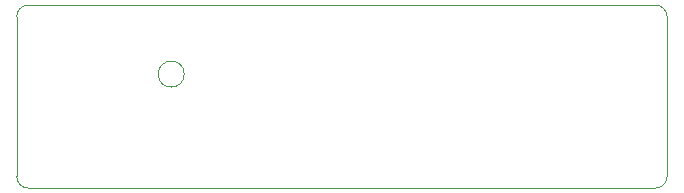
<source format=gbr>
%TF.GenerationSoftware,KiCad,Pcbnew,9.0.1*%
%TF.CreationDate,2025-07-19T16:42:16+10:00*%
%TF.ProjectId,starlink-apo-pcb,73746172-6c69-46e6-9b2d-61706f2d7063,rev?*%
%TF.SameCoordinates,Original*%
%TF.FileFunction,Profile,NP*%
%FSLAX46Y46*%
G04 Gerber Fmt 4.6, Leading zero omitted, Abs format (unit mm)*
G04 Created by KiCad (PCBNEW 9.0.1) date 2025-07-19 16:42:16*
%MOMM*%
%LPD*%
G01*
G04 APERTURE LIST*
%TA.AperFunction,Profile*%
%ADD10C,0.050000*%
%TD*%
G04 APERTURE END LIST*
D10*
X156292437Y-81250054D02*
X156292437Y-67750054D01*
X155292437Y-66750054D02*
G75*
G02*
X156292446Y-67750054I-37J-1000046D01*
G01*
X156292437Y-81250054D02*
G75*
G02*
X155292437Y-82250137I-1000037J-46D01*
G01*
X101208846Y-67750000D02*
G75*
G02*
X102208846Y-66750046I999954J0D01*
G01*
X101207107Y-81250156D02*
X101208846Y-67750000D01*
X102207107Y-82250156D02*
G75*
G02*
X101207144Y-81250156I-7J999956D01*
G01*
X155292400Y-66750054D02*
X102208846Y-66750000D01*
X115400000Y-72600000D02*
G75*
G02*
X113200000Y-72600000I-1100000J0D01*
G01*
X113200000Y-72600000D02*
G75*
G02*
X115400000Y-72600000I1100000J0D01*
G01*
X102207107Y-82250156D02*
X155292437Y-82250000D01*
M02*

</source>
